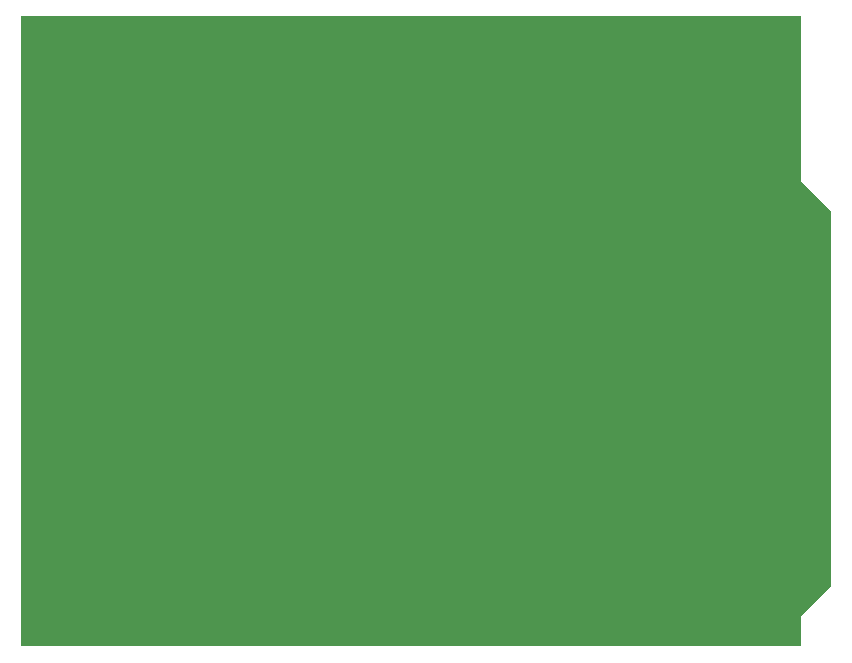
<source format=gm1>
G04 #@! TF.FileFunction,Profile,NP*
%FSLAX46Y46*%
G04 Gerber Fmt 4.6, Leading zero omitted, Abs format (unit mm)*
G04 Created by KiCad (PCBNEW 4.0.4+e1-6308~48~ubuntu16.04.1-stable) date Thu Sep 15 18:43:10 2016*
%MOMM*%
%LPD*%
G01*
G04 APERTURE LIST*
%ADD10C,0.100000*%
%ADD11C,0.150000*%
G04 APERTURE END LIST*
D10*
D11*
G36*
X0Y0D01*
X0Y53340000D01*
X66040000Y53340000D01*
X66040000Y39370000D01*
X68580000Y36830000D01*
X68580000Y5080000D01*
X66040000Y2540000D01*
X66040000Y0D01*
G37*
M02*

</source>
